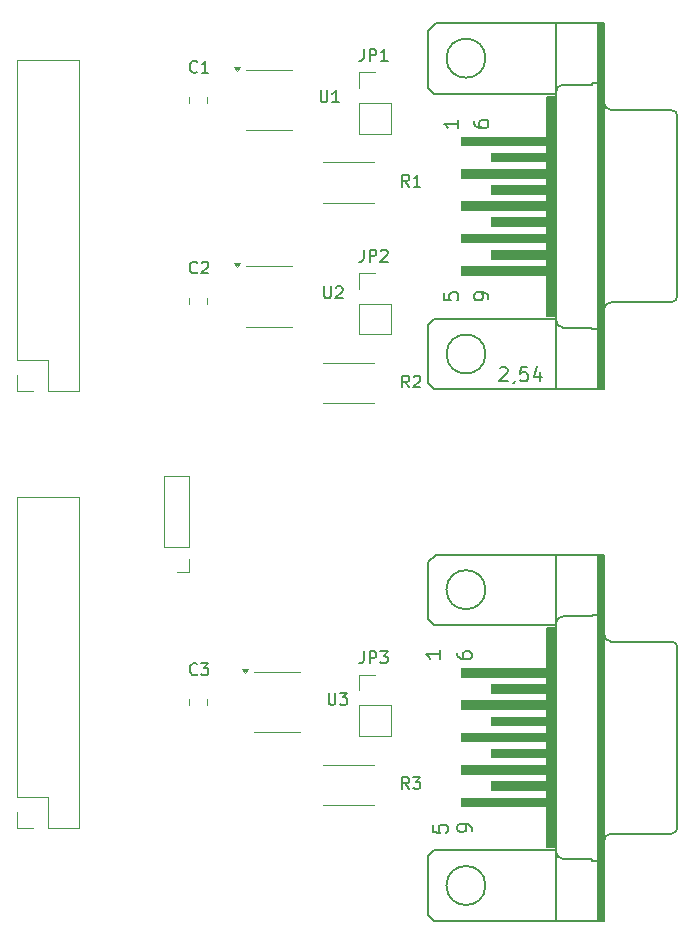
<source format=gto>
G04 #@! TF.GenerationSoftware,KiCad,Pcbnew,8.0.6*
G04 #@! TF.CreationDate,2024-12-29T09:41:19-05:00*
G04 #@! TF.ProjectId,Beagley-ai-3CAN,42656167-6c65-4792-9d61-692d3343414e,rev?*
G04 #@! TF.SameCoordinates,Original*
G04 #@! TF.FileFunction,Legend,Top*
G04 #@! TF.FilePolarity,Positive*
%FSLAX46Y46*%
G04 Gerber Fmt 4.6, Leading zero omitted, Abs format (unit mm)*
G04 Created by KiCad (PCBNEW 8.0.6) date 2024-12-29 09:41:19*
%MOMM*%
%LPD*%
G01*
G04 APERTURE LIST*
%ADD10C,0.150000*%
%ADD11C,0.127000*%
%ADD12C,0.120000*%
%ADD13C,0.152400*%
%ADD14C,0.000000*%
G04 APERTURE END LIST*
D10*
X147933333Y-63609580D02*
X147885714Y-63657200D01*
X147885714Y-63657200D02*
X147742857Y-63704819D01*
X147742857Y-63704819D02*
X147647619Y-63704819D01*
X147647619Y-63704819D02*
X147504762Y-63657200D01*
X147504762Y-63657200D02*
X147409524Y-63561961D01*
X147409524Y-63561961D02*
X147361905Y-63466723D01*
X147361905Y-63466723D02*
X147314286Y-63276247D01*
X147314286Y-63276247D02*
X147314286Y-63133390D01*
X147314286Y-63133390D02*
X147361905Y-62942914D01*
X147361905Y-62942914D02*
X147409524Y-62847676D01*
X147409524Y-62847676D02*
X147504762Y-62752438D01*
X147504762Y-62752438D02*
X147647619Y-62704819D01*
X147647619Y-62704819D02*
X147742857Y-62704819D01*
X147742857Y-62704819D02*
X147885714Y-62752438D01*
X147885714Y-62752438D02*
X147933333Y-62800057D01*
X148885714Y-63704819D02*
X148314286Y-63704819D01*
X148600000Y-63704819D02*
X148600000Y-62704819D01*
X148600000Y-62704819D02*
X148504762Y-62847676D01*
X148504762Y-62847676D02*
X148409524Y-62942914D01*
X148409524Y-62942914D02*
X148314286Y-62990533D01*
X165883333Y-73354819D02*
X165550000Y-72878628D01*
X165311905Y-73354819D02*
X165311905Y-72354819D01*
X165311905Y-72354819D02*
X165692857Y-72354819D01*
X165692857Y-72354819D02*
X165788095Y-72402438D01*
X165788095Y-72402438D02*
X165835714Y-72450057D01*
X165835714Y-72450057D02*
X165883333Y-72545295D01*
X165883333Y-72545295D02*
X165883333Y-72688152D01*
X165883333Y-72688152D02*
X165835714Y-72783390D01*
X165835714Y-72783390D02*
X165788095Y-72831009D01*
X165788095Y-72831009D02*
X165692857Y-72878628D01*
X165692857Y-72878628D02*
X165311905Y-72878628D01*
X166835714Y-73354819D02*
X166264286Y-73354819D01*
X166550000Y-73354819D02*
X166550000Y-72354819D01*
X166550000Y-72354819D02*
X166454762Y-72497676D01*
X166454762Y-72497676D02*
X166359524Y-72592914D01*
X166359524Y-72592914D02*
X166264286Y-72640533D01*
X147933333Y-114609580D02*
X147885714Y-114657200D01*
X147885714Y-114657200D02*
X147742857Y-114704819D01*
X147742857Y-114704819D02*
X147647619Y-114704819D01*
X147647619Y-114704819D02*
X147504762Y-114657200D01*
X147504762Y-114657200D02*
X147409524Y-114561961D01*
X147409524Y-114561961D02*
X147361905Y-114466723D01*
X147361905Y-114466723D02*
X147314286Y-114276247D01*
X147314286Y-114276247D02*
X147314286Y-114133390D01*
X147314286Y-114133390D02*
X147361905Y-113942914D01*
X147361905Y-113942914D02*
X147409524Y-113847676D01*
X147409524Y-113847676D02*
X147504762Y-113752438D01*
X147504762Y-113752438D02*
X147647619Y-113704819D01*
X147647619Y-113704819D02*
X147742857Y-113704819D01*
X147742857Y-113704819D02*
X147885714Y-113752438D01*
X147885714Y-113752438D02*
X147933333Y-113800057D01*
X148266667Y-113704819D02*
X148885714Y-113704819D01*
X148885714Y-113704819D02*
X148552381Y-114085771D01*
X148552381Y-114085771D02*
X148695238Y-114085771D01*
X148695238Y-114085771D02*
X148790476Y-114133390D01*
X148790476Y-114133390D02*
X148838095Y-114181009D01*
X148838095Y-114181009D02*
X148885714Y-114276247D01*
X148885714Y-114276247D02*
X148885714Y-114514342D01*
X148885714Y-114514342D02*
X148838095Y-114609580D01*
X148838095Y-114609580D02*
X148790476Y-114657200D01*
X148790476Y-114657200D02*
X148695238Y-114704819D01*
X148695238Y-114704819D02*
X148409524Y-114704819D01*
X148409524Y-114704819D02*
X148314286Y-114657200D01*
X148314286Y-114657200D02*
X148266667Y-114609580D01*
X158688095Y-81804819D02*
X158688095Y-82614342D01*
X158688095Y-82614342D02*
X158735714Y-82709580D01*
X158735714Y-82709580D02*
X158783333Y-82757200D01*
X158783333Y-82757200D02*
X158878571Y-82804819D01*
X158878571Y-82804819D02*
X159069047Y-82804819D01*
X159069047Y-82804819D02*
X159164285Y-82757200D01*
X159164285Y-82757200D02*
X159211904Y-82709580D01*
X159211904Y-82709580D02*
X159259523Y-82614342D01*
X159259523Y-82614342D02*
X159259523Y-81804819D01*
X159688095Y-81900057D02*
X159735714Y-81852438D01*
X159735714Y-81852438D02*
X159830952Y-81804819D01*
X159830952Y-81804819D02*
X160069047Y-81804819D01*
X160069047Y-81804819D02*
X160164285Y-81852438D01*
X160164285Y-81852438D02*
X160211904Y-81900057D01*
X160211904Y-81900057D02*
X160259523Y-81995295D01*
X160259523Y-81995295D02*
X160259523Y-82090533D01*
X160259523Y-82090533D02*
X160211904Y-82233390D01*
X160211904Y-82233390D02*
X159640476Y-82804819D01*
X159640476Y-82804819D02*
X160259523Y-82804819D01*
X159063095Y-116209819D02*
X159063095Y-117019342D01*
X159063095Y-117019342D02*
X159110714Y-117114580D01*
X159110714Y-117114580D02*
X159158333Y-117162200D01*
X159158333Y-117162200D02*
X159253571Y-117209819D01*
X159253571Y-117209819D02*
X159444047Y-117209819D01*
X159444047Y-117209819D02*
X159539285Y-117162200D01*
X159539285Y-117162200D02*
X159586904Y-117114580D01*
X159586904Y-117114580D02*
X159634523Y-117019342D01*
X159634523Y-117019342D02*
X159634523Y-116209819D01*
X160015476Y-116209819D02*
X160634523Y-116209819D01*
X160634523Y-116209819D02*
X160301190Y-116590771D01*
X160301190Y-116590771D02*
X160444047Y-116590771D01*
X160444047Y-116590771D02*
X160539285Y-116638390D01*
X160539285Y-116638390D02*
X160586904Y-116686009D01*
X160586904Y-116686009D02*
X160634523Y-116781247D01*
X160634523Y-116781247D02*
X160634523Y-117019342D01*
X160634523Y-117019342D02*
X160586904Y-117114580D01*
X160586904Y-117114580D02*
X160539285Y-117162200D01*
X160539285Y-117162200D02*
X160444047Y-117209819D01*
X160444047Y-117209819D02*
X160158333Y-117209819D01*
X160158333Y-117209819D02*
X160063095Y-117162200D01*
X160063095Y-117162200D02*
X160015476Y-117114580D01*
X162066666Y-78704819D02*
X162066666Y-79419104D01*
X162066666Y-79419104D02*
X162019047Y-79561961D01*
X162019047Y-79561961D02*
X161923809Y-79657200D01*
X161923809Y-79657200D02*
X161780952Y-79704819D01*
X161780952Y-79704819D02*
X161685714Y-79704819D01*
X162542857Y-79704819D02*
X162542857Y-78704819D01*
X162542857Y-78704819D02*
X162923809Y-78704819D01*
X162923809Y-78704819D02*
X163019047Y-78752438D01*
X163019047Y-78752438D02*
X163066666Y-78800057D01*
X163066666Y-78800057D02*
X163114285Y-78895295D01*
X163114285Y-78895295D02*
X163114285Y-79038152D01*
X163114285Y-79038152D02*
X163066666Y-79133390D01*
X163066666Y-79133390D02*
X163019047Y-79181009D01*
X163019047Y-79181009D02*
X162923809Y-79228628D01*
X162923809Y-79228628D02*
X162542857Y-79228628D01*
X163495238Y-78800057D02*
X163542857Y-78752438D01*
X163542857Y-78752438D02*
X163638095Y-78704819D01*
X163638095Y-78704819D02*
X163876190Y-78704819D01*
X163876190Y-78704819D02*
X163971428Y-78752438D01*
X163971428Y-78752438D02*
X164019047Y-78800057D01*
X164019047Y-78800057D02*
X164066666Y-78895295D01*
X164066666Y-78895295D02*
X164066666Y-78990533D01*
X164066666Y-78990533D02*
X164019047Y-79133390D01*
X164019047Y-79133390D02*
X163447619Y-79704819D01*
X163447619Y-79704819D02*
X164066666Y-79704819D01*
X165883333Y-124354819D02*
X165550000Y-123878628D01*
X165311905Y-124354819D02*
X165311905Y-123354819D01*
X165311905Y-123354819D02*
X165692857Y-123354819D01*
X165692857Y-123354819D02*
X165788095Y-123402438D01*
X165788095Y-123402438D02*
X165835714Y-123450057D01*
X165835714Y-123450057D02*
X165883333Y-123545295D01*
X165883333Y-123545295D02*
X165883333Y-123688152D01*
X165883333Y-123688152D02*
X165835714Y-123783390D01*
X165835714Y-123783390D02*
X165788095Y-123831009D01*
X165788095Y-123831009D02*
X165692857Y-123878628D01*
X165692857Y-123878628D02*
X165311905Y-123878628D01*
X166216667Y-123354819D02*
X166835714Y-123354819D01*
X166835714Y-123354819D02*
X166502381Y-123735771D01*
X166502381Y-123735771D02*
X166645238Y-123735771D01*
X166645238Y-123735771D02*
X166740476Y-123783390D01*
X166740476Y-123783390D02*
X166788095Y-123831009D01*
X166788095Y-123831009D02*
X166835714Y-123926247D01*
X166835714Y-123926247D02*
X166835714Y-124164342D01*
X166835714Y-124164342D02*
X166788095Y-124259580D01*
X166788095Y-124259580D02*
X166740476Y-124307200D01*
X166740476Y-124307200D02*
X166645238Y-124354819D01*
X166645238Y-124354819D02*
X166359524Y-124354819D01*
X166359524Y-124354819D02*
X166264286Y-124307200D01*
X166264286Y-124307200D02*
X166216667Y-124259580D01*
X165883333Y-90354819D02*
X165550000Y-89878628D01*
X165311905Y-90354819D02*
X165311905Y-89354819D01*
X165311905Y-89354819D02*
X165692857Y-89354819D01*
X165692857Y-89354819D02*
X165788095Y-89402438D01*
X165788095Y-89402438D02*
X165835714Y-89450057D01*
X165835714Y-89450057D02*
X165883333Y-89545295D01*
X165883333Y-89545295D02*
X165883333Y-89688152D01*
X165883333Y-89688152D02*
X165835714Y-89783390D01*
X165835714Y-89783390D02*
X165788095Y-89831009D01*
X165788095Y-89831009D02*
X165692857Y-89878628D01*
X165692857Y-89878628D02*
X165311905Y-89878628D01*
X166264286Y-89450057D02*
X166311905Y-89402438D01*
X166311905Y-89402438D02*
X166407143Y-89354819D01*
X166407143Y-89354819D02*
X166645238Y-89354819D01*
X166645238Y-89354819D02*
X166740476Y-89402438D01*
X166740476Y-89402438D02*
X166788095Y-89450057D01*
X166788095Y-89450057D02*
X166835714Y-89545295D01*
X166835714Y-89545295D02*
X166835714Y-89640533D01*
X166835714Y-89640533D02*
X166788095Y-89783390D01*
X166788095Y-89783390D02*
X166216667Y-90354819D01*
X166216667Y-90354819D02*
X166835714Y-90354819D01*
D11*
X171385848Y-67808266D02*
X171385848Y-68038076D01*
X171385848Y-68038076D02*
X171443300Y-68152980D01*
X171443300Y-68152980D02*
X171500753Y-68210433D01*
X171500753Y-68210433D02*
X171673110Y-68325338D01*
X171673110Y-68325338D02*
X171902919Y-68382790D01*
X171902919Y-68382790D02*
X172362538Y-68382790D01*
X172362538Y-68382790D02*
X172477443Y-68325338D01*
X172477443Y-68325338D02*
X172534896Y-68267885D01*
X172534896Y-68267885D02*
X172592348Y-68152980D01*
X172592348Y-68152980D02*
X172592348Y-67923171D01*
X172592348Y-67923171D02*
X172534896Y-67808266D01*
X172534896Y-67808266D02*
X172477443Y-67750814D01*
X172477443Y-67750814D02*
X172362538Y-67693361D01*
X172362538Y-67693361D02*
X172075276Y-67693361D01*
X172075276Y-67693361D02*
X171960372Y-67750814D01*
X171960372Y-67750814D02*
X171902919Y-67808266D01*
X171902919Y-67808266D02*
X171845467Y-67923171D01*
X171845467Y-67923171D02*
X171845467Y-68152980D01*
X171845467Y-68152980D02*
X171902919Y-68267885D01*
X171902919Y-68267885D02*
X171960372Y-68325338D01*
X171960372Y-68325338D02*
X172075276Y-68382790D01*
X170052348Y-67693361D02*
X170052348Y-68382790D01*
X170052348Y-68038076D02*
X168845848Y-68038076D01*
X168845848Y-68038076D02*
X169018205Y-68152980D01*
X169018205Y-68152980D02*
X169133110Y-68267885D01*
X169133110Y-68267885D02*
X169190562Y-68382790D01*
X172592348Y-82872885D02*
X172592348Y-82643076D01*
X172592348Y-82643076D02*
X172534896Y-82528171D01*
X172534896Y-82528171D02*
X172477443Y-82470719D01*
X172477443Y-82470719D02*
X172305086Y-82355814D01*
X172305086Y-82355814D02*
X172075276Y-82298361D01*
X172075276Y-82298361D02*
X171615657Y-82298361D01*
X171615657Y-82298361D02*
X171500753Y-82355814D01*
X171500753Y-82355814D02*
X171443300Y-82413266D01*
X171443300Y-82413266D02*
X171385848Y-82528171D01*
X171385848Y-82528171D02*
X171385848Y-82757980D01*
X171385848Y-82757980D02*
X171443300Y-82872885D01*
X171443300Y-82872885D02*
X171500753Y-82930338D01*
X171500753Y-82930338D02*
X171615657Y-82987790D01*
X171615657Y-82987790D02*
X171902919Y-82987790D01*
X171902919Y-82987790D02*
X172017824Y-82930338D01*
X172017824Y-82930338D02*
X172075276Y-82872885D01*
X172075276Y-82872885D02*
X172132729Y-82757980D01*
X172132729Y-82757980D02*
X172132729Y-82528171D01*
X172132729Y-82528171D02*
X172075276Y-82413266D01*
X172075276Y-82413266D02*
X172017824Y-82355814D01*
X172017824Y-82355814D02*
X171902919Y-82298361D01*
X173553361Y-88740148D02*
X173610813Y-88682695D01*
X173610813Y-88682695D02*
X173725718Y-88625243D01*
X173725718Y-88625243D02*
X174012980Y-88625243D01*
X174012980Y-88625243D02*
X174127885Y-88682695D01*
X174127885Y-88682695D02*
X174185337Y-88740148D01*
X174185337Y-88740148D02*
X174242790Y-88855052D01*
X174242790Y-88855052D02*
X174242790Y-88969957D01*
X174242790Y-88969957D02*
X174185337Y-89142314D01*
X174185337Y-89142314D02*
X173495909Y-89831743D01*
X173495909Y-89831743D02*
X174242790Y-89831743D01*
X174817314Y-89774291D02*
X174817314Y-89831743D01*
X174817314Y-89831743D02*
X174759861Y-89946648D01*
X174759861Y-89946648D02*
X174702409Y-90004100D01*
X175908909Y-88625243D02*
X175334385Y-88625243D01*
X175334385Y-88625243D02*
X175276933Y-89199767D01*
X175276933Y-89199767D02*
X175334385Y-89142314D01*
X175334385Y-89142314D02*
X175449290Y-89084862D01*
X175449290Y-89084862D02*
X175736552Y-89084862D01*
X175736552Y-89084862D02*
X175851457Y-89142314D01*
X175851457Y-89142314D02*
X175908909Y-89199767D01*
X175908909Y-89199767D02*
X175966362Y-89314671D01*
X175966362Y-89314671D02*
X175966362Y-89601933D01*
X175966362Y-89601933D02*
X175908909Y-89716838D01*
X175908909Y-89716838D02*
X175851457Y-89774291D01*
X175851457Y-89774291D02*
X175736552Y-89831743D01*
X175736552Y-89831743D02*
X175449290Y-89831743D01*
X175449290Y-89831743D02*
X175334385Y-89774291D01*
X175334385Y-89774291D02*
X175276933Y-89716838D01*
X177000505Y-89027410D02*
X177000505Y-89831743D01*
X176713243Y-88567791D02*
X176425981Y-89429576D01*
X176425981Y-89429576D02*
X177172862Y-89429576D01*
X168845848Y-82355814D02*
X168845848Y-82930338D01*
X168845848Y-82930338D02*
X169420372Y-82987790D01*
X169420372Y-82987790D02*
X169362919Y-82930338D01*
X169362919Y-82930338D02*
X169305467Y-82815433D01*
X169305467Y-82815433D02*
X169305467Y-82528171D01*
X169305467Y-82528171D02*
X169362919Y-82413266D01*
X169362919Y-82413266D02*
X169420372Y-82355814D01*
X169420372Y-82355814D02*
X169535276Y-82298361D01*
X169535276Y-82298361D02*
X169822538Y-82298361D01*
X169822538Y-82298361D02*
X169937443Y-82355814D01*
X169937443Y-82355814D02*
X169994896Y-82413266D01*
X169994896Y-82413266D02*
X170052348Y-82528171D01*
X170052348Y-82528171D02*
X170052348Y-82815433D01*
X170052348Y-82815433D02*
X169994896Y-82930338D01*
X169994896Y-82930338D02*
X169937443Y-82987790D01*
D10*
X158388095Y-65204819D02*
X158388095Y-66014342D01*
X158388095Y-66014342D02*
X158435714Y-66109580D01*
X158435714Y-66109580D02*
X158483333Y-66157200D01*
X158483333Y-66157200D02*
X158578571Y-66204819D01*
X158578571Y-66204819D02*
X158769047Y-66204819D01*
X158769047Y-66204819D02*
X158864285Y-66157200D01*
X158864285Y-66157200D02*
X158911904Y-66109580D01*
X158911904Y-66109580D02*
X158959523Y-66014342D01*
X158959523Y-66014342D02*
X158959523Y-65204819D01*
X159959523Y-66204819D02*
X159388095Y-66204819D01*
X159673809Y-66204819D02*
X159673809Y-65204819D01*
X159673809Y-65204819D02*
X159578571Y-65347676D01*
X159578571Y-65347676D02*
X159483333Y-65442914D01*
X159483333Y-65442914D02*
X159388095Y-65490533D01*
D11*
X169974243Y-112808266D02*
X169974243Y-113038076D01*
X169974243Y-113038076D02*
X170031695Y-113152980D01*
X170031695Y-113152980D02*
X170089148Y-113210433D01*
X170089148Y-113210433D02*
X170261505Y-113325338D01*
X170261505Y-113325338D02*
X170491314Y-113382790D01*
X170491314Y-113382790D02*
X170950933Y-113382790D01*
X170950933Y-113382790D02*
X171065838Y-113325338D01*
X171065838Y-113325338D02*
X171123291Y-113267885D01*
X171123291Y-113267885D02*
X171180743Y-113152980D01*
X171180743Y-113152980D02*
X171180743Y-112923171D01*
X171180743Y-112923171D02*
X171123291Y-112808266D01*
X171123291Y-112808266D02*
X171065838Y-112750814D01*
X171065838Y-112750814D02*
X170950933Y-112693361D01*
X170950933Y-112693361D02*
X170663671Y-112693361D01*
X170663671Y-112693361D02*
X170548767Y-112750814D01*
X170548767Y-112750814D02*
X170491314Y-112808266D01*
X170491314Y-112808266D02*
X170433862Y-112923171D01*
X170433862Y-112923171D02*
X170433862Y-113152980D01*
X170433862Y-113152980D02*
X170491314Y-113267885D01*
X170491314Y-113267885D02*
X170548767Y-113325338D01*
X170548767Y-113325338D02*
X170663671Y-113382790D01*
X167939243Y-127420814D02*
X167939243Y-127995338D01*
X167939243Y-127995338D02*
X168513767Y-128052790D01*
X168513767Y-128052790D02*
X168456314Y-127995338D01*
X168456314Y-127995338D02*
X168398862Y-127880433D01*
X168398862Y-127880433D02*
X168398862Y-127593171D01*
X168398862Y-127593171D02*
X168456314Y-127478266D01*
X168456314Y-127478266D02*
X168513767Y-127420814D01*
X168513767Y-127420814D02*
X168628671Y-127363361D01*
X168628671Y-127363361D02*
X168915933Y-127363361D01*
X168915933Y-127363361D02*
X169030838Y-127420814D01*
X169030838Y-127420814D02*
X169088291Y-127478266D01*
X169088291Y-127478266D02*
X169145743Y-127593171D01*
X169145743Y-127593171D02*
X169145743Y-127880433D01*
X169145743Y-127880433D02*
X169088291Y-127995338D01*
X169088291Y-127995338D02*
X169030838Y-128052790D01*
X168495743Y-112613361D02*
X168495743Y-113302790D01*
X168495743Y-112958076D02*
X167289243Y-112958076D01*
X167289243Y-112958076D02*
X167461600Y-113072980D01*
X167461600Y-113072980D02*
X167576505Y-113187885D01*
X167576505Y-113187885D02*
X167633957Y-113302790D01*
X171180743Y-127872885D02*
X171180743Y-127643076D01*
X171180743Y-127643076D02*
X171123291Y-127528171D01*
X171123291Y-127528171D02*
X171065838Y-127470719D01*
X171065838Y-127470719D02*
X170893481Y-127355814D01*
X170893481Y-127355814D02*
X170663671Y-127298361D01*
X170663671Y-127298361D02*
X170204052Y-127298361D01*
X170204052Y-127298361D02*
X170089148Y-127355814D01*
X170089148Y-127355814D02*
X170031695Y-127413266D01*
X170031695Y-127413266D02*
X169974243Y-127528171D01*
X169974243Y-127528171D02*
X169974243Y-127757980D01*
X169974243Y-127757980D02*
X170031695Y-127872885D01*
X170031695Y-127872885D02*
X170089148Y-127930338D01*
X170089148Y-127930338D02*
X170204052Y-127987790D01*
X170204052Y-127987790D02*
X170491314Y-127987790D01*
X170491314Y-127987790D02*
X170606219Y-127930338D01*
X170606219Y-127930338D02*
X170663671Y-127872885D01*
X170663671Y-127872885D02*
X170721124Y-127757980D01*
X170721124Y-127757980D02*
X170721124Y-127528171D01*
X170721124Y-127528171D02*
X170663671Y-127413266D01*
X170663671Y-127413266D02*
X170606219Y-127355814D01*
X170606219Y-127355814D02*
X170491314Y-127298361D01*
D10*
X162066666Y-112704819D02*
X162066666Y-113419104D01*
X162066666Y-113419104D02*
X162019047Y-113561961D01*
X162019047Y-113561961D02*
X161923809Y-113657200D01*
X161923809Y-113657200D02*
X161780952Y-113704819D01*
X161780952Y-113704819D02*
X161685714Y-113704819D01*
X162542857Y-113704819D02*
X162542857Y-112704819D01*
X162542857Y-112704819D02*
X162923809Y-112704819D01*
X162923809Y-112704819D02*
X163019047Y-112752438D01*
X163019047Y-112752438D02*
X163066666Y-112800057D01*
X163066666Y-112800057D02*
X163114285Y-112895295D01*
X163114285Y-112895295D02*
X163114285Y-113038152D01*
X163114285Y-113038152D02*
X163066666Y-113133390D01*
X163066666Y-113133390D02*
X163019047Y-113181009D01*
X163019047Y-113181009D02*
X162923809Y-113228628D01*
X162923809Y-113228628D02*
X162542857Y-113228628D01*
X163447619Y-112704819D02*
X164066666Y-112704819D01*
X164066666Y-112704819D02*
X163733333Y-113085771D01*
X163733333Y-113085771D02*
X163876190Y-113085771D01*
X163876190Y-113085771D02*
X163971428Y-113133390D01*
X163971428Y-113133390D02*
X164019047Y-113181009D01*
X164019047Y-113181009D02*
X164066666Y-113276247D01*
X164066666Y-113276247D02*
X164066666Y-113514342D01*
X164066666Y-113514342D02*
X164019047Y-113609580D01*
X164019047Y-113609580D02*
X163971428Y-113657200D01*
X163971428Y-113657200D02*
X163876190Y-113704819D01*
X163876190Y-113704819D02*
X163590476Y-113704819D01*
X163590476Y-113704819D02*
X163495238Y-113657200D01*
X163495238Y-113657200D02*
X163447619Y-113609580D01*
X162066666Y-61704819D02*
X162066666Y-62419104D01*
X162066666Y-62419104D02*
X162019047Y-62561961D01*
X162019047Y-62561961D02*
X161923809Y-62657200D01*
X161923809Y-62657200D02*
X161780952Y-62704819D01*
X161780952Y-62704819D02*
X161685714Y-62704819D01*
X162542857Y-62704819D02*
X162542857Y-61704819D01*
X162542857Y-61704819D02*
X162923809Y-61704819D01*
X162923809Y-61704819D02*
X163019047Y-61752438D01*
X163019047Y-61752438D02*
X163066666Y-61800057D01*
X163066666Y-61800057D02*
X163114285Y-61895295D01*
X163114285Y-61895295D02*
X163114285Y-62038152D01*
X163114285Y-62038152D02*
X163066666Y-62133390D01*
X163066666Y-62133390D02*
X163019047Y-62181009D01*
X163019047Y-62181009D02*
X162923809Y-62228628D01*
X162923809Y-62228628D02*
X162542857Y-62228628D01*
X164066666Y-62704819D02*
X163495238Y-62704819D01*
X163780952Y-62704819D02*
X163780952Y-61704819D01*
X163780952Y-61704819D02*
X163685714Y-61847676D01*
X163685714Y-61847676D02*
X163590476Y-61942914D01*
X163590476Y-61942914D02*
X163495238Y-61990533D01*
X147933333Y-80609580D02*
X147885714Y-80657200D01*
X147885714Y-80657200D02*
X147742857Y-80704819D01*
X147742857Y-80704819D02*
X147647619Y-80704819D01*
X147647619Y-80704819D02*
X147504762Y-80657200D01*
X147504762Y-80657200D02*
X147409524Y-80561961D01*
X147409524Y-80561961D02*
X147361905Y-80466723D01*
X147361905Y-80466723D02*
X147314286Y-80276247D01*
X147314286Y-80276247D02*
X147314286Y-80133390D01*
X147314286Y-80133390D02*
X147361905Y-79942914D01*
X147361905Y-79942914D02*
X147409524Y-79847676D01*
X147409524Y-79847676D02*
X147504762Y-79752438D01*
X147504762Y-79752438D02*
X147647619Y-79704819D01*
X147647619Y-79704819D02*
X147742857Y-79704819D01*
X147742857Y-79704819D02*
X147885714Y-79752438D01*
X147885714Y-79752438D02*
X147933333Y-79800057D01*
X148314286Y-79800057D02*
X148361905Y-79752438D01*
X148361905Y-79752438D02*
X148457143Y-79704819D01*
X148457143Y-79704819D02*
X148695238Y-79704819D01*
X148695238Y-79704819D02*
X148790476Y-79752438D01*
X148790476Y-79752438D02*
X148838095Y-79800057D01*
X148838095Y-79800057D02*
X148885714Y-79895295D01*
X148885714Y-79895295D02*
X148885714Y-79990533D01*
X148885714Y-79990533D02*
X148838095Y-80133390D01*
X148838095Y-80133390D02*
X148266667Y-80704819D01*
X148266667Y-80704819D02*
X148885714Y-80704819D01*
D12*
X147265000Y-66261252D02*
X147265000Y-65738748D01*
X148735000Y-66261252D02*
X148735000Y-65738748D01*
X162927064Y-71290000D02*
X158572936Y-71290000D01*
X162927064Y-74710000D02*
X158572936Y-74710000D01*
X147265000Y-117261252D02*
X147265000Y-116738748D01*
X148735000Y-117261252D02*
X148735000Y-116738748D01*
X132710000Y-62590000D02*
X137910000Y-62590000D01*
X132710000Y-88050000D02*
X132710000Y-62590000D01*
X132710000Y-88050000D02*
X135310000Y-88050000D01*
X132710000Y-89320000D02*
X132710000Y-90650000D01*
X132710000Y-90650000D02*
X134040000Y-90650000D01*
X135310000Y-88050000D02*
X135310000Y-90650000D01*
X135310000Y-90650000D02*
X137910000Y-90650000D01*
X137910000Y-90650000D02*
X137910000Y-62590000D01*
X132710000Y-99590000D02*
X137910000Y-99590000D01*
X132710000Y-125050000D02*
X132710000Y-99590000D01*
X132710000Y-125050000D02*
X135310000Y-125050000D01*
X132710000Y-126320000D02*
X132710000Y-127650000D01*
X132710000Y-127650000D02*
X134040000Y-127650000D01*
X135310000Y-125050000D02*
X135310000Y-127650000D01*
X135310000Y-127650000D02*
X137910000Y-127650000D01*
X137910000Y-127650000D02*
X137910000Y-99590000D01*
X154000000Y-80090000D02*
X152050000Y-80090000D01*
X154000000Y-80090000D02*
X155950000Y-80090000D01*
X154000000Y-85210000D02*
X152050000Y-85210000D01*
X154000000Y-85210000D02*
X155950000Y-85210000D01*
X151300000Y-80185000D02*
X151060000Y-79855000D01*
X151540000Y-79855000D01*
X151300000Y-80185000D01*
G36*
X151300000Y-80185000D02*
G01*
X151060000Y-79855000D01*
X151540000Y-79855000D01*
X151300000Y-80185000D01*
G37*
X154700000Y-114440000D02*
X152750000Y-114440000D01*
X154700000Y-114440000D02*
X156650000Y-114440000D01*
X154700000Y-119560000D02*
X152750000Y-119560000D01*
X154700000Y-119560000D02*
X156650000Y-119560000D01*
X152000000Y-114535000D02*
X151760000Y-114205000D01*
X152240000Y-114205000D01*
X152000000Y-114535000D01*
G36*
X152000000Y-114535000D02*
G01*
X151760000Y-114205000D01*
X152240000Y-114205000D01*
X152000000Y-114535000D01*
G37*
X161670000Y-80670000D02*
X163000000Y-80670000D01*
X161670000Y-82000000D02*
X161670000Y-80670000D01*
X161670000Y-83270000D02*
X161670000Y-85870000D01*
X161670000Y-83270000D02*
X164330000Y-83270000D01*
X161670000Y-85870000D02*
X164330000Y-85870000D01*
X164330000Y-83270000D02*
X164330000Y-85870000D01*
X162927064Y-122290000D02*
X158572936Y-122290000D01*
X162927064Y-125710000D02*
X158572936Y-125710000D01*
X162927064Y-88290000D02*
X158572936Y-88290000D01*
X162927064Y-91710000D02*
X158572936Y-91710000D01*
X145140000Y-103900000D02*
X145140000Y-97840000D01*
X147260000Y-97840000D02*
X145140000Y-97840000D01*
X147260000Y-103900000D02*
X145140000Y-103900000D01*
X147260000Y-103900000D02*
X147260000Y-97840000D01*
X147260000Y-104900000D02*
X147260000Y-105960000D01*
X147260000Y-105960000D02*
X146200000Y-105960000D01*
D13*
X167525000Y-60141000D02*
X168160000Y-59506000D01*
X167525000Y-64967000D02*
X167525000Y-60141000D01*
X167525000Y-64967000D02*
X168033000Y-65475000D01*
X167525000Y-85033000D02*
X167525000Y-89986000D01*
X167525000Y-89986000D02*
X168033000Y-90494000D01*
X168033000Y-65475000D02*
X178320000Y-65475000D01*
X168033000Y-84525000D02*
X167525000Y-85033000D01*
X168033000Y-84525000D02*
X178320000Y-84525000D01*
X168033000Y-90494000D02*
X178193000Y-90494000D01*
X168160000Y-59506000D02*
X178193000Y-59506000D01*
X177558000Y-65729000D02*
X177558000Y-84271000D01*
X178320000Y-59506000D02*
X178193000Y-59506000D01*
X178320000Y-59506000D02*
X178320000Y-64586000D01*
X178320000Y-59506000D02*
X181368000Y-59506000D01*
X178320000Y-64586000D02*
X178320000Y-65475000D01*
X178320000Y-65475000D02*
X178320000Y-65729000D01*
X178320000Y-65729000D02*
X177558000Y-65729000D01*
X178320000Y-65729000D02*
X178320000Y-84271000D01*
X178320000Y-84271000D02*
X177558000Y-84271000D01*
X178320000Y-84271000D02*
X178320000Y-84525000D01*
X178320000Y-84525000D02*
X178320000Y-85414000D01*
X178320000Y-85414000D02*
X178320000Y-90494000D01*
X178320000Y-90494000D02*
X178193000Y-90494000D01*
X178955000Y-64713000D02*
X181368000Y-64713000D01*
X178955000Y-85287000D02*
X181368000Y-85287000D01*
X181368000Y-59506000D02*
X181876000Y-59506000D01*
X181368000Y-64586000D02*
X181368000Y-64713000D01*
X181368000Y-64586000D02*
X181876000Y-64586000D01*
X181368000Y-85287000D02*
X181368000Y-85414000D01*
X181368000Y-85414000D02*
X181876000Y-85414000D01*
X181368000Y-90494000D02*
X178320000Y-90494000D01*
X181876000Y-59506000D02*
X181876000Y-62046000D01*
X181876000Y-59506000D02*
X182384000Y-59506000D01*
X181876000Y-62046000D02*
X181876000Y-64586000D01*
X181876000Y-64586000D02*
X181876000Y-85414000D01*
X181876000Y-85414000D02*
X181876000Y-87954000D01*
X181876000Y-87954000D02*
X181876000Y-90494000D01*
X181876000Y-90494000D02*
X181368000Y-90494000D01*
X182384000Y-59506000D02*
X182384000Y-67253000D01*
X182384000Y-67253000D02*
X182384000Y-82747000D01*
X182384000Y-82747000D02*
X182384000Y-90494000D01*
X182384000Y-90494000D02*
X181876000Y-90494000D01*
X183019000Y-66872000D02*
X188099000Y-66872000D01*
X183019000Y-83128000D02*
X188099000Y-83128000D01*
X188607000Y-67380000D02*
X188607000Y-67634000D01*
X188607000Y-67634000D02*
X188607000Y-82366000D01*
X188607000Y-82366000D02*
X188607000Y-82620000D01*
X178320000Y-65348000D02*
G75*
G02*
X178955000Y-64713000I634999J1D01*
G01*
X178955000Y-85287000D02*
G75*
G02*
X178320000Y-84652000I0J635000D01*
G01*
X182384000Y-83763000D02*
G75*
G02*
X183019000Y-83128000I635000J0D01*
G01*
X183019000Y-66872000D02*
G75*
G02*
X182384000Y-66237000I-1J634999D01*
G01*
X188099000Y-66872000D02*
G75*
G02*
X188607000Y-67380000I-1J-508001D01*
G01*
X188607000Y-82620000D02*
G75*
G02*
X188099000Y-83128000I-508000J0D01*
G01*
X172351000Y-62477800D02*
G75*
G02*
X169049000Y-62477800I-1651000J0D01*
G01*
X169049000Y-62477800D02*
G75*
G02*
X172351000Y-62477800I1651000J0D01*
G01*
X172351000Y-87522200D02*
G75*
G02*
X169049000Y-87522200I-1651000J0D01*
G01*
X169049000Y-87522200D02*
G75*
G02*
X172351000Y-87522200I1651000J0D01*
G01*
D14*
G36*
X177558000Y-69920000D02*
G01*
X170319000Y-69920000D01*
X170319000Y-69107200D01*
X177558000Y-69107200D01*
X177558000Y-69920000D01*
G37*
G36*
X177558000Y-72663200D02*
G01*
X170319000Y-72663200D01*
X170319000Y-71850400D01*
X177558000Y-71850400D01*
X177558000Y-72663200D01*
G37*
G36*
X177558000Y-75381000D02*
G01*
X170319000Y-75381000D01*
X170319000Y-74568200D01*
X177558000Y-74568200D01*
X177558000Y-75381000D01*
G37*
G36*
X177558000Y-78149600D02*
G01*
X170319000Y-78149600D01*
X170319000Y-77336800D01*
X177558000Y-77336800D01*
X177558000Y-78149600D01*
G37*
G36*
X177558000Y-80892800D02*
G01*
X170319000Y-80892800D01*
X170319000Y-80080000D01*
X177558000Y-80080000D01*
X177558000Y-80892800D01*
G37*
G36*
X177558000Y-71291600D02*
G01*
X172859000Y-71291600D01*
X172859000Y-70478800D01*
X177558000Y-70478800D01*
X177558000Y-71291600D01*
G37*
G36*
X177558000Y-74034800D02*
G01*
X172859000Y-74034800D01*
X172859000Y-73222000D01*
X177558000Y-73222000D01*
X177558000Y-74034800D01*
G37*
G36*
X177558000Y-76752600D02*
G01*
X172859000Y-76752600D01*
X172859000Y-75939800D01*
X177558000Y-75939800D01*
X177558000Y-76752600D01*
G37*
G36*
X177558000Y-79521200D02*
G01*
X172859000Y-79521200D01*
X172859000Y-78708400D01*
X177558000Y-78708400D01*
X177558000Y-79521200D01*
G37*
G36*
X178320000Y-84271000D02*
G01*
X177558000Y-84271000D01*
X177558000Y-65729000D01*
X178320000Y-65729000D01*
X178320000Y-84271000D01*
G37*
G36*
X182384000Y-90494000D02*
G01*
X181876000Y-90494000D01*
X181876000Y-59506000D01*
X182384000Y-59506000D01*
X182384000Y-90494000D01*
G37*
D12*
X154000000Y-63440000D02*
X152050000Y-63440000D01*
X154000000Y-63440000D02*
X155950000Y-63440000D01*
X154000000Y-68560000D02*
X152050000Y-68560000D01*
X154000000Y-68560000D02*
X155950000Y-68560000D01*
X151300000Y-63535000D02*
X151060000Y-63205000D01*
X151540000Y-63205000D01*
X151300000Y-63535000D01*
G36*
X151300000Y-63535000D02*
G01*
X151060000Y-63205000D01*
X151540000Y-63205000D01*
X151300000Y-63535000D01*
G37*
D13*
X167525000Y-105141000D02*
X168160000Y-104506000D01*
X167525000Y-109967000D02*
X167525000Y-105141000D01*
X167525000Y-109967000D02*
X168033000Y-110475000D01*
X167525000Y-130033000D02*
X167525000Y-134986000D01*
X167525000Y-134986000D02*
X168033000Y-135494000D01*
X168033000Y-110475000D02*
X178320000Y-110475000D01*
X168033000Y-129525000D02*
X167525000Y-130033000D01*
X168033000Y-129525000D02*
X178320000Y-129525000D01*
X168033000Y-135494000D02*
X178193000Y-135494000D01*
X168160000Y-104506000D02*
X178193000Y-104506000D01*
X177558000Y-110729000D02*
X177558000Y-129271000D01*
X178320000Y-104506000D02*
X178193000Y-104506000D01*
X178320000Y-104506000D02*
X178320000Y-109586000D01*
X178320000Y-104506000D02*
X181368000Y-104506000D01*
X178320000Y-109586000D02*
X178320000Y-110475000D01*
X178320000Y-110475000D02*
X178320000Y-110729000D01*
X178320000Y-110729000D02*
X177558000Y-110729000D01*
X178320000Y-110729000D02*
X178320000Y-129271000D01*
X178320000Y-129271000D02*
X177558000Y-129271000D01*
X178320000Y-129271000D02*
X178320000Y-129525000D01*
X178320000Y-129525000D02*
X178320000Y-130414000D01*
X178320000Y-130414000D02*
X178320000Y-135494000D01*
X178320000Y-135494000D02*
X178193000Y-135494000D01*
X178955000Y-109713000D02*
X181368000Y-109713000D01*
X178955000Y-130287000D02*
X181368000Y-130287000D01*
X181368000Y-104506000D02*
X181876000Y-104506000D01*
X181368000Y-109586000D02*
X181368000Y-109713000D01*
X181368000Y-109586000D02*
X181876000Y-109586000D01*
X181368000Y-130287000D02*
X181368000Y-130414000D01*
X181368000Y-130414000D02*
X181876000Y-130414000D01*
X181368000Y-135494000D02*
X178320000Y-135494000D01*
X181876000Y-104506000D02*
X181876000Y-107046000D01*
X181876000Y-104506000D02*
X182384000Y-104506000D01*
X181876000Y-107046000D02*
X181876000Y-109586000D01*
X181876000Y-109586000D02*
X181876000Y-130414000D01*
X181876000Y-130414000D02*
X181876000Y-132954000D01*
X181876000Y-132954000D02*
X181876000Y-135494000D01*
X181876000Y-135494000D02*
X181368000Y-135494000D01*
X182384000Y-104506000D02*
X182384000Y-112253000D01*
X182384000Y-112253000D02*
X182384000Y-127747000D01*
X182384000Y-127747000D02*
X182384000Y-135494000D01*
X182384000Y-135494000D02*
X181876000Y-135494000D01*
X183019000Y-111872000D02*
X188099000Y-111872000D01*
X183019000Y-128128000D02*
X188099000Y-128128000D01*
X188607000Y-112380000D02*
X188607000Y-112634000D01*
X188607000Y-112634000D02*
X188607000Y-127366000D01*
X188607000Y-127366000D02*
X188607000Y-127620000D01*
X178320000Y-110348000D02*
G75*
G02*
X178955000Y-109713000I634999J1D01*
G01*
X178955000Y-130287000D02*
G75*
G02*
X178320000Y-129652000I0J635000D01*
G01*
X182384000Y-128763000D02*
G75*
G02*
X183019000Y-128128000I635000J0D01*
G01*
X183019000Y-111872000D02*
G75*
G02*
X182384000Y-111237000I-1J634999D01*
G01*
X188099000Y-111872000D02*
G75*
G02*
X188607000Y-112380000I-1J-508001D01*
G01*
X188607000Y-127620000D02*
G75*
G02*
X188099000Y-128128000I-508000J0D01*
G01*
X172351000Y-107477800D02*
G75*
G02*
X169049000Y-107477800I-1651000J0D01*
G01*
X169049000Y-107477800D02*
G75*
G02*
X172351000Y-107477800I1651000J0D01*
G01*
X172351000Y-132522200D02*
G75*
G02*
X169049000Y-132522200I-1651000J0D01*
G01*
X169049000Y-132522200D02*
G75*
G02*
X172351000Y-132522200I1651000J0D01*
G01*
D14*
G36*
X177558000Y-114920000D02*
G01*
X170319000Y-114920000D01*
X170319000Y-114107200D01*
X177558000Y-114107200D01*
X177558000Y-114920000D01*
G37*
G36*
X177558000Y-117663200D02*
G01*
X170319000Y-117663200D01*
X170319000Y-116850400D01*
X177558000Y-116850400D01*
X177558000Y-117663200D01*
G37*
G36*
X177558000Y-120381000D02*
G01*
X170319000Y-120381000D01*
X170319000Y-119568200D01*
X177558000Y-119568200D01*
X177558000Y-120381000D01*
G37*
G36*
X177558000Y-123149600D02*
G01*
X170319000Y-123149600D01*
X170319000Y-122336800D01*
X177558000Y-122336800D01*
X177558000Y-123149600D01*
G37*
G36*
X177558000Y-125892800D02*
G01*
X170319000Y-125892800D01*
X170319000Y-125080000D01*
X177558000Y-125080000D01*
X177558000Y-125892800D01*
G37*
G36*
X177558000Y-116291600D02*
G01*
X172859000Y-116291600D01*
X172859000Y-115478800D01*
X177558000Y-115478800D01*
X177558000Y-116291600D01*
G37*
G36*
X177558000Y-119034800D02*
G01*
X172859000Y-119034800D01*
X172859000Y-118222000D01*
X177558000Y-118222000D01*
X177558000Y-119034800D01*
G37*
G36*
X177558000Y-121752600D02*
G01*
X172859000Y-121752600D01*
X172859000Y-120939800D01*
X177558000Y-120939800D01*
X177558000Y-121752600D01*
G37*
G36*
X177558000Y-124521200D02*
G01*
X172859000Y-124521200D01*
X172859000Y-123708400D01*
X177558000Y-123708400D01*
X177558000Y-124521200D01*
G37*
G36*
X178320000Y-129271000D02*
G01*
X177558000Y-129271000D01*
X177558000Y-110729000D01*
X178320000Y-110729000D01*
X178320000Y-129271000D01*
G37*
G36*
X182384000Y-135494000D02*
G01*
X181876000Y-135494000D01*
X181876000Y-104506000D01*
X182384000Y-104506000D01*
X182384000Y-135494000D01*
G37*
D12*
X161670000Y-114670000D02*
X163000000Y-114670000D01*
X161670000Y-116000000D02*
X161670000Y-114670000D01*
X161670000Y-117270000D02*
X161670000Y-119870000D01*
X161670000Y-117270000D02*
X164330000Y-117270000D01*
X161670000Y-119870000D02*
X164330000Y-119870000D01*
X164330000Y-117270000D02*
X164330000Y-119870000D01*
X161670000Y-63670000D02*
X163000000Y-63670000D01*
X161670000Y-65000000D02*
X161670000Y-63670000D01*
X161670000Y-66270000D02*
X161670000Y-68870000D01*
X161670000Y-66270000D02*
X164330000Y-66270000D01*
X161670000Y-68870000D02*
X164330000Y-68870000D01*
X164330000Y-66270000D02*
X164330000Y-68870000D01*
X147265000Y-83261252D02*
X147265000Y-82738748D01*
X148735000Y-83261252D02*
X148735000Y-82738748D01*
M02*

</source>
